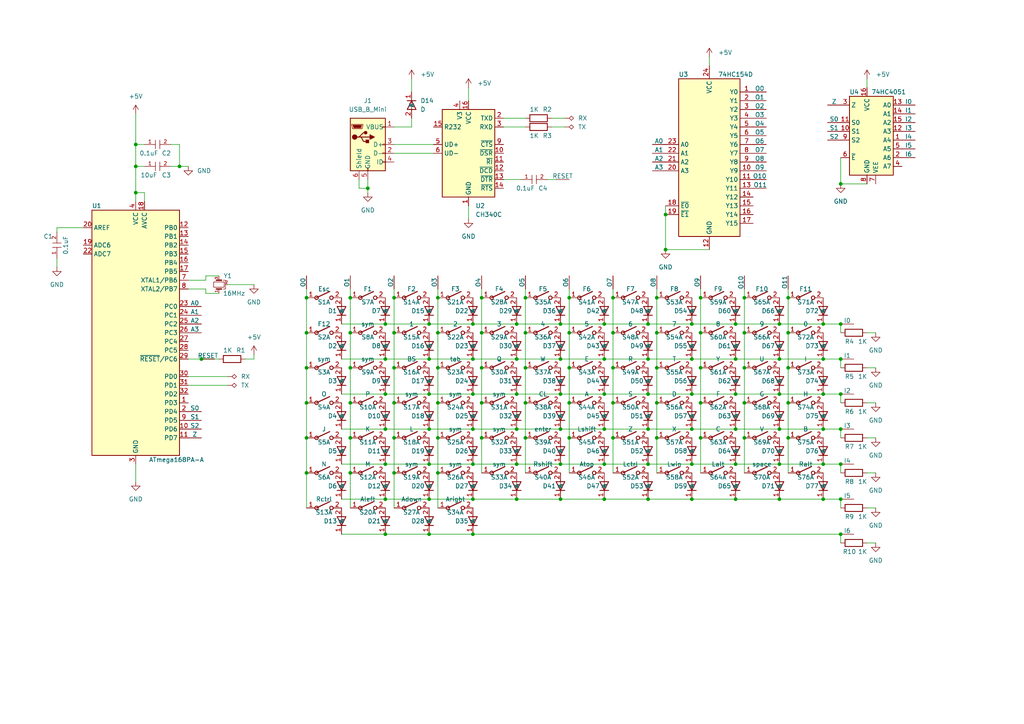
<source format=kicad_sch>
(kicad_sch (version 20211123) (generator eeschema)
  (paper "A4")
  (title_block (title "Arduino Keyboard") (date "2022-07-28") (rev "v1.0") (company "Guillermo"))
  (junction (at 190.5 116.84))
  (junction (at 226.06 114.3))
  (junction (at 226.06 104.14))
  (junction (at 187.96 134.62))
  (junction (at 162.56 124.46))
  (junction (at 213.36 104.14))
  (junction (at 127 96.52))
  (junction (at 165.1 86.36))
  (junction (at 203.2 86.36))
  (junction (at 149.86 93.98))
  (junction (at 88.9 96.52))
  (junction (at 200.66 144.78))
  (junction (at 243.84 114.3))
  (junction (at 187.96 93.98))
  (junction (at 88.9 137.16))
  (junction (at 200.66 124.46))
  (junction (at 152.4 116.84))
  (junction (at 162.56 144.78))
  (junction (at 203.2 116.84))
  (junction (at 238.76 93.98))
  (junction (at 193.04 72.39))
  (junction (at 58.42 104.14))
  (junction (at 190.5 96.52))
  (junction (at 243.84 93.98))
  (junction (at 187.96 114.3))
  (junction (at 243.84 134.62))
  (junction (at 226.06 134.62))
  (junction (at 88.9 106.68))
  (junction (at 177.8 116.84))
  (junction (at 111.76 93.98))
  (junction (at 111.76 144.78))
  (junction (at 228.6 86.36))
  (junction (at 152.4 96.52))
  (junction (at 165.1 116.84))
  (junction (at 200.66 104.14))
  (junction (at 137.16 114.3))
  (junction (at 187.96 104.14))
  (junction (at 139.7 116.84))
  (junction (at 226.06 124.46))
  (junction (at 165.1 96.52))
  (junction (at 177.8 127))
  (junction (at 238.76 144.78))
  (junction (at 149.86 144.78))
  (junction (at 215.9 96.52))
  (junction (at 228.6 116.84))
  (junction (at 137.16 93.98))
  (junction (at 203.2 96.52))
  (junction (at 238.76 104.14))
  (junction (at 200.66 114.3))
  (junction (at 88.9 127))
  (junction (at 213.36 114.3))
  (junction (at 114.3 96.52))
  (junction (at 243.84 124.46))
  (junction (at 226.06 144.78))
  (junction (at 124.46 114.3))
  (junction (at 193.04 62.23))
  (junction (at 238.76 124.46))
  (junction (at 137.16 144.78))
  (junction (at 114.3 86.36))
  (junction (at 175.26 104.14))
  (junction (at 165.1 127))
  (junction (at 165.1 106.68))
  (junction (at 162.56 104.14))
  (junction (at 127 137.16))
  (junction (at 139.7 96.52))
  (junction (at 226.06 93.98))
  (junction (at 88.9 116.84))
  (junction (at 139.7 106.68))
  (junction (at 238.76 134.62))
  (junction (at 190.5 106.68))
  (junction (at 149.86 114.3))
  (junction (at 187.96 144.78))
  (junction (at 238.76 114.3))
  (junction (at 162.56 93.98))
  (junction (at 114.3 106.68))
  (junction (at 213.36 124.46))
  (junction (at 39.37 55.88))
  (junction (at 114.3 137.16))
  (junction (at 175.26 114.3))
  (junction (at 114.3 116.84))
  (junction (at 127 86.36))
  (junction (at 111.76 104.14))
  (junction (at 215.9 86.36))
  (junction (at 88.9 86.36))
  (junction (at 137.16 134.62))
  (junction (at 101.6 137.16))
  (junction (at 127 106.68))
  (junction (at 106.68 54.61))
  (junction (at 111.76 154.94))
  (junction (at 162.56 114.3))
  (junction (at 111.76 124.46))
  (junction (at 162.56 134.62))
  (junction (at 152.4 106.68))
  (junction (at 177.8 86.36))
  (junction (at 111.76 134.62))
  (junction (at 243.84 53.34))
  (junction (at 127 116.84))
  (junction (at 152.4 127))
  (junction (at 149.86 134.62))
  (junction (at 190.5 127))
  (junction (at 200.66 93.98))
  (junction (at 139.7 86.36))
  (junction (at 190.5 86.36))
  (junction (at 101.6 127))
  (junction (at 177.8 106.68))
  (junction (at 124.46 134.62))
  (junction (at 203.2 127))
  (junction (at 177.8 96.52))
  (junction (at 243.84 154.94))
  (junction (at 101.6 116.84))
  (junction (at 175.26 144.78))
  (junction (at 215.9 127))
  (junction (at 175.26 134.62))
  (junction (at 213.36 93.98))
  (junction (at 124.46 154.94))
  (junction (at 213.36 134.62))
  (junction (at 228.6 106.68))
  (junction (at 101.6 86.36))
  (junction (at 137.16 124.46))
  (junction (at 175.26 124.46))
  (junction (at 149.86 104.14))
  (junction (at 152.4 86.36))
  (junction (at 101.6 106.68))
  (junction (at 39.37 48.26))
  (junction (at 243.84 144.78))
  (junction (at 127 127))
  (junction (at 124.46 144.78))
  (junction (at 215.9 106.68))
  (junction (at 243.84 104.14))
  (junction (at 39.37 41.91))
  (junction (at 228.6 96.52))
  (junction (at 213.36 144.78))
  (junction (at 101.6 96.52))
  (junction (at 228.6 127))
  (junction (at 149.86 124.46))
  (junction (at 215.9 116.84))
  (junction (at 200.66 134.62))
  (junction (at 139.7 127))
  (junction (at 124.46 93.98))
  (junction (at 175.26 93.98))
  (junction (at 203.2 106.68))
  (junction (at 114.3 127))
  (junction (at 124.46 104.14))
  (junction (at 187.96 124.46))
  (junction (at 124.46 124.46))
  (junction (at 111.76 114.3))
  (junction (at 137.16 154.94))
  (junction (at 52.07 48.26))
  (junction (at 137.16 104.14))
  (wire (pts (xy 187.96 114.3) (xy 200.66 114.3)))
  (wire (pts (xy 226.06 134.62) (xy 238.76 134.62)))
  (wire (pts (xy 52.07 41.91) (xy 52.07 48.26)))
  (wire (pts (xy 16.51 66.04) (xy 24.13 66.04)))
  (wire (pts (xy 114.3 106.68) (xy 114.3 116.84)))
  (wire (pts (xy 101.6 106.68) (xy 101.6 116.84)))
  (wire (pts (xy 124.46 154.94) (xy 137.16 154.94)))
  (wire (pts (xy 177.8 83.82) (xy 177.8 86.36)))
  (wire (pts (xy 39.37 48.26) (xy 39.37 55.88)))
  (wire (pts (xy 243.84 144.78) (xy 243.84 147.32)))
  (wire (pts (xy 205.74 16.51) (xy 205.74 19.05)))
  (wire (pts (xy 149.86 114.3) (xy 162.56 114.3)))
  (wire (pts (xy 203.2 116.84) (xy 203.2 127)))
  (wire (pts (xy 101.6 127) (xy 101.6 137.16)))
  (wire (pts (xy 200.66 144.78) (xy 213.36 144.78)))
  (wire (pts (xy 175.26 114.3) (xy 187.96 114.3)))
  (wire (pts (xy 66.04 82.55) (xy 73.66 82.55)))
  (wire (pts (xy 137.16 93.98) (xy 149.86 93.98)))
  (wire (pts (xy 139.7 127) (xy 139.7 137.16)))
  (wire (pts (xy 243.84 93.98) (xy 243.84 96.52)))
  (wire (pts (xy 203.2 106.68) (xy 203.2 116.84)))
  (wire (pts (xy 104.14 52.07) (xy 104.14 54.61)))
  (wire (pts (xy 54.61 83.82) (xy 59.69 83.82)))
  (wire (pts (xy 158.75 52.07) (xy 161.29 52.07)))
  (wire (pts (xy 200.66 114.3) (xy 213.36 114.3)))
  (wire (pts (xy 127 116.84) (xy 127 127)))
  (wire (pts (xy 251.46 157.48) (xy 254 157.48)))
  (wire (pts (xy 190.5 127) (xy 190.5 137.16)))
  (wire (pts (xy 203.2 127) (xy 203.2 137.16)))
  (wire (pts (xy 213.36 114.3) (xy 226.06 114.3)))
  (wire (pts (xy 213.36 93.98) (xy 226.06 93.98)))
  (wire (pts (xy 175.26 93.98) (xy 187.96 93.98)))
  (wire (pts (xy 187.96 93.98) (xy 200.66 93.98)))
  (wire (pts (xy 160.02 36.83) (xy 163.83 36.83)))
  (wire (pts (xy 243.84 124.46) (xy 243.84 127)))
  (wire (pts (xy 175.26 144.78) (xy 187.96 144.78)))
  (wire (pts (xy 251.46 137.16) (xy 254 137.16)))
  (wire (pts (xy 52.07 48.26) (xy 54.61 48.26)))
  (wire (pts (xy 99.06 144.78) (xy 111.76 144.78)))
  (wire (pts (xy 39.37 41.91) (xy 41.91 41.91)))
  (wire (pts (xy 238.76 134.62) (xy 243.84 134.62)))
  (wire (pts (xy 162.56 114.3) (xy 175.26 114.3)))
  (wire (pts (xy 162.56 93.98) (xy 175.26 93.98)))
  (wire (pts (xy 190.5 106.68) (xy 190.5 116.84)))
  (wire (pts (xy 152.4 86.36) (xy 152.4 96.52)))
  (wire (pts (xy 111.76 144.78) (xy 124.46 144.78)))
  (wire (pts (xy 200.66 93.98) (xy 213.36 93.98)))
  (wire (pts (xy 165.1 127) (xy 165.1 137.16)))
  (wire (pts (xy 243.84 154.94) (xy 243.84 157.48)))
  (wire (pts (xy 73.66 104.14) (xy 73.66 102.87)))
  (wire (pts (xy 175.26 134.62) (xy 187.96 134.62)))
  (wire (pts (xy 124.46 124.46) (xy 137.16 124.46)))
  (wire (pts (xy 101.6 96.52) (xy 101.6 106.68)))
  (wire (pts (xy 213.36 144.78) (xy 226.06 144.78)))
  (wire (pts (xy 226.06 104.14) (xy 238.76 104.14)))
  (wire (pts (xy 58.42 104.14) (xy 63.5 104.14)))
  (wire (pts (xy 238.76 144.78) (xy 243.84 144.78)))
  (wire (pts (xy 119.38 22.86) (xy 119.38 26.67)))
  (wire (pts (xy 251.46 96.52) (xy 254 96.52)))
  (wire (pts (xy 243.84 53.34) (xy 251.46 53.34)))
  (wire (pts (xy 215.9 96.52) (xy 215.9 106.68)))
  (wire (pts (xy 146.05 36.83) (xy 152.4 36.83)))
  (wire (pts (xy 39.37 134.62) (xy 39.37 139.7)))
  (wire (pts (xy 139.7 96.52) (xy 139.7 106.68)))
  (wire (pts (xy 152.4 96.52) (xy 152.4 106.68)))
  (wire (pts (xy 114.3 96.52) (xy 114.3 106.68)))
  (wire (pts (xy 165.1 86.36) (xy 165.1 96.52)))
  (wire (pts (xy 88.9 116.84) (xy 88.9 127)))
  (wire (pts (xy 187.96 124.46) (xy 200.66 124.46)))
  (wire (pts (xy 213.36 124.46) (xy 226.06 124.46)))
  (wire (pts (xy 39.37 33.02) (xy 39.37 41.91)))
  (wire (pts (xy 124.46 134.62) (xy 137.16 134.62)))
  (wire (pts (xy 54.61 109.22) (xy 66.04 109.22)))
  (wire (pts (xy 203.2 83.82) (xy 203.2 86.36)))
  (wire (pts (xy 101.6 86.36) (xy 101.6 96.52)))
  (wire (pts (xy 124.46 104.14) (xy 137.16 104.14)))
  (wire (pts (xy 99.06 93.98) (xy 111.76 93.98)))
  (wire (pts (xy 213.36 104.14) (xy 226.06 104.14)))
  (wire (pts (xy 99.06 114.3) (xy 111.76 114.3)))
  (wire (pts (xy 200.66 134.62) (xy 213.36 134.62)))
  (wire (pts (xy 243.84 45.72) (xy 243.84 53.34)))
  (wire (pts (xy 101.6 83.82) (xy 101.6 86.36)))
  (wire (pts (xy 177.8 106.68) (xy 177.8 116.84)))
  (wire (pts (xy 190.5 116.84) (xy 190.5 127)))
  (wire (pts (xy 162.56 124.46) (xy 175.26 124.46)))
  (wire (pts (xy 162.56 104.14) (xy 175.26 104.14)))
  (wire (pts (xy 215.9 127) (xy 215.9 137.16)))
  (wire (pts (xy 205.74 72.39) (xy 193.04 72.39)))
  (wire (pts (xy 149.86 144.78) (xy 162.56 144.78)))
  (wire (pts (xy 54.61 81.28) (xy 59.69 81.28)))
  (wire (pts (xy 251.46 147.32) (xy 254 147.32)))
  (wire (pts (xy 135.89 25.4) (xy 135.89 29.21)))
  (wire (pts (xy 54.61 111.76) (xy 66.04 111.76)))
  (wire (pts (xy 137.16 154.94) (xy 243.84 154.94)))
  (wire (pts (xy 187.96 104.14) (xy 200.66 104.14)))
  (wire (pts (xy 190.5 96.52) (xy 190.5 106.68)))
  (wire (pts (xy 238.76 114.3) (xy 243.84 114.3)))
  (wire (pts (xy 152.4 83.82) (xy 152.4 86.36)))
  (wire (pts (xy 251.46 22.86) (xy 251.46 25.4)))
  (wire (pts (xy 177.8 116.84) (xy 177.8 127)))
  (wire (pts (xy 111.76 124.46) (xy 124.46 124.46)))
  (wire (pts (xy 101.6 116.84) (xy 101.6 127)))
  (wire (pts (xy 215.9 86.36) (xy 215.9 96.52)))
  (wire (pts (xy 215.9 106.68) (xy 215.9 116.84)))
  (wire (pts (xy 238.76 93.98) (xy 243.84 93.98)))
  (wire (pts (xy 54.61 104.14) (xy 58.42 104.14)))
  (wire (pts (xy 177.8 86.36) (xy 177.8 96.52)))
  (wire (pts (xy 101.6 137.16) (xy 101.6 147.32)))
  (wire (pts (xy 190.5 86.36) (xy 190.5 96.52)))
  (wire (pts (xy 135.89 59.69) (xy 135.89 63.5)))
  (wire (pts (xy 59.69 83.82) (xy 59.69 85.09)))
  (wire (pts (xy 215.9 116.84) (xy 215.9 127)))
  (wire (pts (xy 127 137.16) (xy 127 147.32)))
  (wire (pts (xy 114.3 36.83) (xy 119.38 36.83)))
  (wire (pts (xy 139.7 83.82) (xy 139.7 86.36)))
  (wire (pts (xy 71.12 104.14) (xy 73.66 104.14)))
  (wire (pts (xy 152.4 106.68) (xy 152.4 116.84)))
  (wire (pts (xy 114.3 116.84) (xy 114.3 127)))
  (wire (pts (xy 203.2 96.52) (xy 203.2 106.68)))
  (wire (pts (xy 49.53 48.26) (xy 52.07 48.26)))
  (wire (pts (xy 114.3 83.82) (xy 114.3 86.36)))
  (wire (pts (xy 165.1 106.68) (xy 165.1 116.84)))
  (wire (pts (xy 59.69 81.28) (xy 59.69 80.01)))
  (wire (pts (xy 137.16 144.78) (xy 149.86 144.78)))
  (wire (pts (xy 41.91 58.42) (xy 41.91 55.88)))
  (wire (pts (xy 49.53 41.91) (xy 52.07 41.91)))
  (wire (pts (xy 99.06 104.14) (xy 111.76 104.14)))
  (wire (pts (xy 193.04 62.23) (xy 193.04 59.69)))
  (wire (pts (xy 114.3 137.16) (xy 114.3 147.32)))
  (wire (pts (xy 127 83.82) (xy 127 86.36)))
  (wire (pts (xy 114.3 41.91) (xy 125.73 41.91)))
  (wire (pts (xy 228.6 96.52) (xy 228.6 106.68)))
  (wire (pts (xy 146.05 34.29) (xy 152.4 34.29)))
  (wire (pts (xy 200.66 104.14) (xy 213.36 104.14)))
  (wire (pts (xy 39.37 48.26) (xy 41.91 48.26)))
  (wire (pts (xy 238.76 124.46) (xy 243.84 124.46)))
  (wire (pts (xy 243.84 104.14) (xy 243.84 106.68)))
  (wire (pts (xy 226.06 114.3) (xy 238.76 114.3)))
  (wire (pts (xy 99.06 134.62) (xy 111.76 134.62)))
  (wire (pts (xy 99.06 154.94) (xy 111.76 154.94)))
  (wire (pts (xy 39.37 58.42) (xy 39.37 55.88)))
  (wire (pts (xy 16.51 67.31) (xy 16.51 66.04)))
  (wire (pts (xy 228.6 83.82) (xy 228.6 86.36)))
  (wire (pts (xy 152.4 116.84) (xy 152.4 127)))
  (wire (pts (xy 124.46 93.98) (xy 137.16 93.98)))
  (wire (pts (xy 111.76 154.94) (xy 124.46 154.94)))
  (wire (pts (xy 160.02 34.29) (xy 163.83 34.29)))
  (wire (pts (xy 146.05 52.07) (xy 151.13 52.07)))
  (wire (pts (xy 139.7 106.68) (xy 139.7 116.84)))
  (wire (pts (xy 203.2 86.36) (xy 203.2 96.52)))
  (wire (pts (xy 152.4 127) (xy 152.4 137.16)))
  (wire (pts (xy 114.3 127) (xy 114.3 137.16)))
  (wire (pts (xy 137.16 114.3) (xy 149.86 114.3)))
  (wire (pts (xy 59.69 85.09) (xy 63.5 85.09)))
  (wire (pts (xy 226.06 93.98) (xy 238.76 93.98)))
  (wire (pts (xy 119.38 36.83) (xy 119.38 34.29)))
  (wire (pts (xy 137.16 124.46) (xy 149.86 124.46)))
  (wire (pts (xy 124.46 114.3) (xy 137.16 114.3)))
  (wire (pts (xy 88.9 127) (xy 88.9 137.16)))
  (wire (pts (xy 149.86 93.98) (xy 162.56 93.98)))
  (wire (pts (xy 251.46 127) (xy 254 127)))
  (wire (pts (xy 137.16 134.62) (xy 149.86 134.62)))
  (wire (pts (xy 16.51 74.93) (xy 16.51 77.47)))
  (wire (pts (xy 139.7 116.84) (xy 139.7 127)))
  (wire (pts (xy 88.9 137.16) (xy 88.9 147.32)))
  (wire (pts (xy 228.6 86.36) (xy 228.6 96.52)))
  (wire (pts (xy 193.04 72.39) (xy 193.04 62.23)))
  (wire (pts (xy 106.68 54.61) (xy 106.68 52.07)))
  (wire (pts (xy 127 106.68) (xy 127 116.84)))
  (wire (pts (xy 228.6 127) (xy 228.6 137.16)))
  (wire (pts (xy 111.76 104.14) (xy 124.46 104.14)))
  (wire (pts (xy 111.76 134.62) (xy 124.46 134.62)))
  (wire (pts (xy 165.1 83.82) (xy 165.1 86.36)))
  (wire (pts (xy 124.46 144.78) (xy 137.16 144.78)))
  (wire (pts (xy 213.36 134.62) (xy 226.06 134.62)))
  (wire (pts (xy 114.3 86.36) (xy 114.3 96.52)))
  (wire (pts (xy 175.26 104.14) (xy 187.96 104.14)))
  (wire (pts (xy 149.86 134.62) (xy 162.56 134.62)))
  (wire (pts (xy 88.9 96.52) (xy 88.9 106.68)))
  (wire (pts (xy 111.76 93.98) (xy 124.46 93.98)))
  (wire (pts (xy 137.16 104.14) (xy 149.86 104.14)))
  (wire (pts (xy 127 86.36) (xy 127 96.52)))
  (wire (pts (xy 165.1 116.84) (xy 165.1 127)))
  (wire (pts (xy 226.06 124.46) (xy 238.76 124.46)))
  (wire (pts (xy 228.6 116.84) (xy 228.6 127)))
  (wire (pts (xy 111.76 114.3) (xy 124.46 114.3)))
  (wire (pts (xy 175.26 124.46) (xy 187.96 124.46)))
  (wire (pts (xy 127 127) (xy 127 137.16)))
  (wire (pts (xy 139.7 86.36) (xy 139.7 96.52)))
  (wire (pts (xy 41.91 55.88) (xy 39.37 55.88)))
  (wire (pts (xy 238.76 104.14) (xy 243.84 104.14)))
  (wire (pts (xy 165.1 96.52) (xy 165.1 106.68)))
  (wire (pts (xy 200.66 124.46) (xy 213.36 124.46)))
  (wire (pts (xy 177.8 127) (xy 177.8 137.16)))
  (wire (pts (xy 99.06 124.46) (xy 111.76 124.46)))
  (wire (pts (xy 251.46 116.84) (xy 254 116.84)))
  (wire (pts (xy 39.37 41.91) (xy 39.37 48.26)))
  (wire (pts (xy 177.8 96.52) (xy 177.8 106.68)))
  (wire (pts (xy 243.84 114.3) (xy 243.84 116.84)))
  (wire (pts (xy 243.84 134.62) (xy 243.84 137.16)))
  (wire (pts (xy 88.9 83.82) (xy 88.9 86.36)))
  (wire (pts (xy 162.56 134.62) (xy 175.26 134.62)))
  (wire (pts (xy 88.9 86.36) (xy 88.9 96.52)))
  (wire (pts (xy 114.3 44.45) (xy 125.73 44.45)))
  (wire (pts (xy 187.96 134.62) (xy 200.66 134.62)))
  (wire (pts (xy 127 96.52) (xy 127 106.68)))
  (wire (pts (xy 59.69 80.01) (xy 63.5 80.01)))
  (wire (pts (xy 228.6 106.68) (xy 228.6 116.84)))
  (wire (pts (xy 215.9 83.82) (xy 215.9 86.36)))
  (wire (pts (xy 226.06 144.78) (xy 238.76 144.78)))
  (wire (pts (xy 106.68 54.61) (xy 106.68 55.88)))
  (wire (pts (xy 88.9 106.68) (xy 88.9 116.84)))
  (wire (pts (xy 187.96 144.78) (xy 200.66 144.78)))
  (wire (pts (xy 104.14 54.61) (xy 106.68 54.61)))
  (wire (pts (xy 251.46 106.68) (xy 254 106.68)))
  (wire (pts (xy 149.86 104.14) (xy 162.56 104.14)))
  (wire (pts (xy 190.5 83.82) (xy 190.5 86.36)))
  (wire (pts (xy 162.56 144.78) (xy 175.26 144.78)))
  (wire (pts (xy 149.86 124.46) (xy 162.56 124.46)))
  (symbol (lib_id "symbols:D") (at 99.06 151.13 90) (unit 1)
    (property "Reference" "D13" (at 97.79 151.13 90) (effects (justify left)))
    (property "Value" "D" (effects hide))
    (property "Footprint" "common:D_0603_1608Metric" (effects hide))
  )
  (symbol (lib_id "symbols:Switch") (at 195.58 137.16 0) (unit 1)
    (property "Reference" "S58" (at 195.58 138.43 0))
    (property "Value" "Lwin" (at 195.58 134.62 0))
    (property "Footprint" "Switch_Keyboard_Cherry_MX:SW_Cherry_MX_PCB_1.00u" (effects hide))
  )
  (symbol (lib_id "symbols:USB_B_Mini") (at 106.68 41.91 0) (unit 1)
    (property "Reference" "J1" (at 106.68 29.21 0))
    (property "Value" "USB_B_Mini" (at 106.68 31.75 0))
    (property "Footprint" "common:USB_Micro-B_GCT_USB3076-30-A" (effects hide))
  )
  (symbol (lib_id "symbols:D") (at 124.46 90.17 90) (unit 1)
    (property "Reference" "D15" (at 123.19 90.17 90) (effects (justify left)))
    (property "Value" "D" (effects hide))
    (property "Footprint" "common:D_0603_1608Metric" (effects hide))
  )
  (symbol (lib_id "symbols:Switch") (at 119.38 106.68 0) (unit 1)
    (property "Reference" "S16" (at 119.38 107.95 0))
    (property "Value" "BS" (at 119.38 104.14 0))
    (property "Footprint" "Switch_Keyboard_Cherry_MX:SW_Cherry_MX_PCB_1.00u" (effects hide))
  )
  (symbol (lib_id "symbols:D") (at 200.66 130.81 90) (unit 1)
    (property "Reference" "D58" (at 199.39 130.81 90) (effects (justify left)))
    (property "Value" "D" (effects hide))
    (property "Footprint" "common:D_0603_1608Metric" (effects hide))
  )
  (symbol (lib_id "symbols:I3") (at 261.62 38.1 180) (unit 1) (in_bom no) (on_board no)
    (property "Reference" "#O053" (effects hide))
    (property "Value" "I3" (effects hide))
  )
  (symbol (lib_id "power:GND") (at 106.68 55.88 0) (unit 1)
    (property "Reference" "#PWR07" (effects hide))
    (property "Value" "GND" (at 106.68 60.96 0))
  )
  (symbol (lib_id "symbols:Switch") (at 157.48 106.68 0) (unit 1)
    (property "Reference" "S37" (at 157.48 107.95 0))
    (property "Value" "W" (at 157.48 104.14 0))
    (property "Footprint" "Switch_Keyboard_Cherry_MX:SW_Cherry_MX_PCB_1.00u" (effects hide))
  )
  (symbol (lib_id "symbols:D") (at 99.06 130.81 90) (unit 1)
    (property "Reference" "D5" (at 97.79 130.81 90) (effects (justify left)))
    (property "Value" "D" (effects hide))
    (property "Footprint" "common:D_0603_1608Metric" (effects hide))
  )
  (symbol (lib_id "symbols:O2") (at 218.44 31.75 180) (unit 1) (in_bom no) (on_board no)
    (property "Reference" "#O028" (effects hide))
    (property "Value" "O2" (effects hide))
  )
  (symbol (lib_id "symbols:O0") (at 218.44 26.67 180) (unit 1) (in_bom no) (on_board no)
    (property "Reference" "#O026" (effects hide))
    (property "Value" "O0" (effects hide))
  )
  (symbol (lib_id "symbols:I6") (at 243.84 154.94 180) (unit 1) (in_bom no) (on_board no)
    (property "Reference" "#O049" (effects hide))
    (property "Value" "I6" (effects hide))
  )
  (symbol (lib_id "symbols:D") (at 226.06 130.81 90) (unit 1)
    (property "Reference" "D70" (at 224.79 130.81 90) (effects (justify left)))
    (property "Value" "D" (effects hide))
    (property "Footprint" "common:D_0603_1608Metric" (effects hide))
  )
  (symbol (lib_id "symbols:Switch") (at 233.68 106.68 0) (unit 1)
    (property "Reference" "S73" (at 233.68 107.95 0))
    (property "Value" "I" (at 233.68 104.14 0))
    (property "Footprint" "Switch_Keyboard_Cherry_MX:SW_Cherry_MX_PCB_1.00u" (effects hide))
  )
  (symbol (lib_id "symbols:O9") (at 203.2 83.82 270) (unit 1) (in_bom no) (on_board no)
    (property "Reference" "#O024" (effects hide))
    (property "Value" "O9" (effects hide))
  )
  (symbol (lib_id "symbols:C") (at 45.72 41.91 90) (unit 1)
    (property "Reference" "C2" (at 48.26 44.45 90))
    (property "Value" "0.1uF" (at 43.18 44.45 90))
    (property "Footprint" "common:C_1206_3216Metric" (effects hide))
  )
  (symbol (lib_id "symbols:D") (at 226.06 110.49 90) (unit 1)
    (property "Reference" "D68" (at 224.79 110.49 90) (effects (justify left)))
    (property "Value" "D" (effects hide))
    (property "Footprint" "common:D_0603_1608Metric" (effects hide))
  )
  (symbol (lib_id "symbols:R") (at 247.65 157.48 90) (unit 1)
    (property "Reference" "R10" (at 246.38 160.02 90))
    (property "Value" "1K" (at 250.19 160.02 90))
    (property "Footprint" "common:R_0603_1608Metric" (effects hide))
  )
  (symbol (lib_id "power:+5V") (at 135.89 25.4 0) (unit 1)
    (property "Reference" "#PWR09" (effects hide))
    (property "Value" "+5V" (at 138.43 24.1299 0) (effects (justify left)))
  )
  (symbol (lib_id "power:GND") (at 254 127 0) (unit 1)
    (property "Reference" "#PWR018" (effects hide))
    (property "Value" "GND" (at 254 132.08 0))
  )
  (symbol (lib_id "symbols:Switch") (at 93.98 116.84 0) (unit 1)
    (property "Reference" "S4" (at 93.98 118.11 0))
    (property "Value" "O" (at 93.98 114.3 0))
    (property "Footprint" "Switch_Keyboard_Cherry_MX:SW_Cherry_MX_PCB_1.00u" (effects hide))
  )
  (symbol (lib_id "symbols:Switch") (at 233.68 96.52 0) (unit 1)
    (property "Reference" "S72" (at 233.68 97.79 0))
    (property "Value" "0" (at 233.68 93.98 0))
    (property "Footprint" "Switch_Keyboard_Cherry_MX:SW_Cherry_MX_PCB_1.00u" (effects hide))
  )
  (symbol (lib_id "symbols:S1") (at 243.84 38.1 0) (unit 1) (in_bom no) (on_board no)
    (property "Reference" "#O041" (effects hide))
    (property "Value" "S1" (effects hide))
  )
  (symbol (lib_id "symbols:D") (at 200.66 100.33 90) (unit 1)
    (property "Reference" "D55" (at 199.39 100.33 90) (effects (justify left)))
    (property "Value" "D" (effects hide))
    (property "Footprint" "common:D_0603_1608Metric" (effects hide))
  )
  (symbol (lib_id "power:+5V") (at 73.66 102.87 0) (unit 1)
    (property "Reference" "#PWR06" (effects hide))
    (property "Value" "+5V" (at 73.66 97.79 0))
  )
  (symbol (lib_id "power:+5V") (at 39.37 33.02 0) (unit 1)
    (property "Reference" "#PWR02" (effects hide))
    (property "Value" "+5V" (at 39.37 27.94 0))
  )
  (symbol (lib_id "symbols:RX") (at 163.83 34.29 90) (unit 1)
    (property "Reference" "#RX02" (effects hide))
    (property "Value" "RX" (at 167.64 34.2899 90) (effects (justify right)))
  )
  (symbol (lib_id "power:GND") (at 254 137.16 0) (unit 1)
    (property "Reference" "#PWR019" (effects hide))
    (property "Value" "GND" (at 254 142.24 0))
  )
  (symbol (lib_id "symbols:Switch") (at 220.98 137.16 0) (unit 1)
    (property "Reference" "S70" (at 220.98 138.43 0))
    (property "Value" "space" (at 220.98 134.62 0))
    (property "Footprint" "Switch_Keyboard_Cherry_MX:SW_Cherry_MX_PCB_6.00u" (effects hide))
  )
  (symbol (lib_id "symbols:Switch") (at 220.98 116.84 0) (unit 1)
    (property "Reference" "S68" (at 220.98 118.11 0))
    (property "Value" "G" (at 220.98 114.3 0))
    (property "Footprint" "Switch_Keyboard_Cherry_MX:SW_Cherry_MX_PCB_1.00u" (effects hide))
  )
  (symbol (lib_id "symbols:Switch") (at 119.38 86.36 0) (unit 1)
    (property "Reference" "S14" (at 119.38 87.63 0))
    (property "Value" "F2" (at 119.38 83.82 0))
    (property "Footprint" "Switch_Keyboard_Cherry_MX:SW_Cherry_MX_PCB_1.00u" (effects hide))
  )
  (symbol (lib_id "symbols:D") (at 137.16 90.17 90) (unit 1)
    (property "Reference" "D22" (at 135.89 90.17 90) (effects (justify left)))
    (property "Value" "D" (effects hide))
    (property "Footprint" "common:D_0603_1608Metric" (effects hide))
  )
  (symbol (lib_id "symbols:R") (at 247.65 96.52 90) (unit 1)
    (property "Reference" "R4" (at 246.38 99.06 90))
    (property "Value" "1K" (at 250.19 99.06 90))
    (property "Footprint" "common:R_0603_1608Metric" (effects hide))
  )
  (symbol (lib_id "symbols:Switch") (at 195.58 96.52 0) (unit 1)
    (property "Reference" "S54" (at 195.58 97.79 0))
    (property "Value" "7" (at 195.58 93.98 0))
    (property "Footprint" "Switch_Keyboard_Cherry_MX:SW_Cherry_MX_PCB_1.00u" (effects hide))
  )
  (symbol (lib_id "power:GND") (at 254 106.68 0) (unit 1)
    (property "Reference" "#PWR016" (effects hide))
    (property "Value" "GND" (at 254 111.76 0))
  )
  (symbol (lib_id "symbols:Switch") (at 182.88 127 0) (unit 1)
    (property "Reference" "S51" (at 182.88 128.27 0))
    (property "Value" "Z" (at 182.88 124.46 0))
    (property "Footprint" "Switch_Keyboard_Cherry_MX:SW_Cherry_MX_PCB_1.00u" (effects hide))
  )
  (symbol (lib_id "symbols:Switch") (at 106.68 116.84 0) (unit 1)
    (property "Reference" "S10" (at 106.68 118.11 0))
    (property "Value" "P" (at 106.68 114.3 0))
    (property "Footprint" "Switch_Keyboard_Cherry_MX:SW_Cherry_MX_PCB_1.00u" (effects hide))
  )
  (symbol (lib_id "symbols:ATmega168PA-A") (at 39.37 96.52 0) (unit 1)
    (property "Reference" "U1" (at 26.67 59.69 0) (effects (justify left)))
    (property "Value" "ATmega168PA-A" (at 43.18 133.35 0) (effects (justify left)))
    (property "Footprint" "Package_QFP:TQFP-32_7x7mm_P0.8mm" (effects hide))
    (property "Datasheet" "http://ww1.microchip.com/downloads/en/DeviceDoc/ATmega48PA_88PA_168PA-Data-Sheet-40002011A.pdf" (effects hide))
  )
  (symbol (lib_id "power:GND") (at 73.66 82.55 0) (unit 1)
    (property "Reference" "#PWR05" (effects hide))
    (property "Value" "GND" (at 73.66 87.63 0))
  )
  (symbol (lib_id "symbols:D") (at 162.56 140.97 90) (unit 1)
    (property "Reference" "D41" (at 161.29 140.97 90) (effects (justify left)))
    (property "Value" "D" (effects hide))
    (property "Footprint" "common:D_0603_1608Metric" (effects hide))
  )
  (symbol (lib_id "symbols:S1") (at 54.61 121.92 180) (unit 1) (in_bom no) (on_board no)
    (property "Reference" "#O06" (effects hide))
    (property "Value" "S1" (effects hide))
  )
  (symbol (lib_id "symbols:Switch") (at 195.58 116.84 0) (unit 1)
    (property "Reference" "S56" (at 195.58 118.11 0))
    (property "Value" "D" (at 195.58 114.3 0))
    (property "Footprint" "Switch_Keyboard_Cherry_MX:SW_Cherry_MX_PCB_1.00u" (effects hide))
  )
  (symbol (lib_id "symbols:D") (at 99.06 100.33 90) (unit 1)
    (property "Reference" "D2" (at 97.79 100.33 90) (effects (justify left)))
    (property "Value" "D" (effects hide))
    (property "Footprint" "common:D_0603_1608Metric" (effects hide))
  )
  (symbol (lib_id "symbols:O6") (at 165.1 83.82 270) (unit 1) (in_bom no) (on_board no)
    (property "Reference" "#O017" (effects hide))
    (property "Value" "O6" (effects hide))
  )
  (symbol (lib_id "symbols:D") (at 111.76 90.17 90) (unit 1)
    (property "Reference" "D7" (at 110.49 90.17 90) (effects (justify left)))
    (property "Value" "D" (effects hide))
    (property "Footprint" "common:D_0603_1608Metric" (effects hide))
  )
  (symbol (lib_id "symbols:C") (at 45.72 48.26 90) (unit 1)
    (property "Reference" "C3" (at 48.26 50.8 90))
    (property "Value" "10uF" (at 43.18 50.8 90))
    (property "Footprint" "common:C_1206_3216Metric" (effects hide))
  )
  (symbol (lib_id "symbols:D") (at 124.46 140.97 90) (unit 1)
    (property "Reference" "D20" (at 123.19 140.97 90) (effects (justify left)))
    (property "Value" "D" (effects hide))
    (property "Footprint" "common:D_0603_1608Metric" (effects hide))
  )
  (symbol (lib_id "symbols:Switch") (at 106.68 86.36 0) (unit 1)
    (property "Reference" "S7" (at 106.68 87.63 0))
    (property "Value" "F1" (at 106.68 83.82 0))
    (property "Footprint" "Switch_Keyboard_Cherry_MX:SW_Cherry_MX_PCB_1.00u" (effects hide))
  )
  (symbol (lib_id "symbols:D") (at 200.66 120.65 90) (unit 1)
    (property "Reference" "D57" (at 199.39 120.65 90) (effects (justify left)))
    (property "Value" "D" (effects hide))
    (property "Footprint" "common:D_0603_1608Metric" (effects hide))
  )
  (symbol (lib_id "symbols:Switch") (at 208.28 86.36 0) (unit 1)
    (property "Reference" "S59" (at 208.28 87.63 0))
    (property "Value" "F9" (at 208.28 83.82 0))
    (property "Footprint" "Switch_Keyboard_Cherry_MX:SW_Cherry_MX_PCB_1.00u" (effects hide))
  )
  (symbol (lib_id "symbols:D") (at 99.06 110.49 90) (unit 1)
    (property "Reference" "D3" (at 97.79 110.49 90) (effects (justify left)))
    (property "Value" "D" (effects hide))
    (property "Footprint" "common:D_0603_1608Metric" (effects hide))
  )
  (symbol (lib_id "symbols:Switch") (at 182.88 96.52 0) (unit 1)
    (property "Reference" "S48" (at 182.88 97.79 0))
    (property "Value" "6" (at 182.88 93.98 0))
    (property "Footprint" "Switch_Keyboard_Cherry_MX:SW_Cherry_MX_PCB_1.00u" (effects hide))
  )
  (symbol (lib_id "symbols:Switch") (at 170.18 96.52 0) (unit 1)
    (property "Reference" "S42" (at 170.18 97.79 0))
    (property "Value" "5" (at 170.18 93.98 0))
    (property "Footprint" "Switch_Keyboard_Cherry_MX:SW_Cherry_MX_PCB_1.00u" (effects hide))
  )
  (symbol (lib_id "power:GND") (at 243.84 53.34 0) (unit 1)
    (property "Reference" "#PWR013" (effects hide))
    (property "Value" "GND" (at 243.84 58.42 0))
  )
  (symbol (lib_id "symbols:I2") (at 261.62 35.56 180) (unit 1) (in_bom no) (on_board no)
    (property "Reference" "#O052" (effects hide))
    (property "Value" "I2" (effects hide))
  )
  (symbol (lib_id "symbols:O2") (at 114.3 83.82 270) (unit 1) (in_bom no) (on_board no)
    (property "Reference" "#O012" (effects hide))
    (property "Value" "O2" (effects hide))
  )
  (symbol (lib_id "symbols:74HC4051") (at 251.46 38.1 0) (unit 1)
    (property "Reference" "U4" (at 246.38 26.67 0) (effects (justify left)))
    (property "Value" "74HC4051" (at 252.73 26.67 0) (effects (justify left)))
    (property "Footprint" "common:SSOP-16_3.9x4.9mm_P0.635mm" (effects hide))
    (property "Datasheet" "http://www.ti.com/lit/ds/symlink/cd74hc4051.pdf" (effects hide))
  )
  (symbol (lib_id "symbols:Switch") (at 132.08 147.32 0) (unit 1)
    (property "Reference" "S34" (at 132.08 148.59 0))
    (property "Value" "Aright" (at 132.08 144.78 0))
    (property "Footprint" "Switch_Keyboard_Cherry_MX:SW_Cherry_MX_PCB_1.00u" (effects hide))
  )
  (symbol (lib_id "symbols:O5") (at 152.4 83.82 270) (unit 1) (in_bom no) (on_board no)
    (property "Reference" "#O015" (effects hide))
    (property "Value" "O5" (effects hide))
  )
  (symbol (lib_id "symbols:Switch") (at 93.98 137.16 0) (unit 1)
    (property "Reference" "S6" (at 93.98 138.43 0))
    (property "Value" "N" (at 93.98 134.62 0))
    (property "Footprint" "Switch_Keyboard_Cherry_MX:SW_Cherry_MX_PCB_1.00u" (effects hide))
  )
  (symbol (lib_id "symbols:Switch") (at 119.38 137.16 0) (unit 1)
    (property "Reference" "S19" (at 119.38 138.43 0))
    (property "Value" "sym" (at 119.38 134.62 0))
    (property "Footprint" "Switch_Keyboard_Cherry_MX:SW_Cherry_MX_PCB_1.00u" (effects hide))
  )
  (symbol (lib_id "symbols:D") (at 213.36 140.97 90) (unit 1)
    (property "Reference" "D65" (at 212.09 140.97 90) (effects (justify left)))
    (property "Value" "D" (effects hide))
    (property "Footprint" "common:D_0603_1608Metric" (effects hide))
  )
  (symbol (lib_id "symbols:Switch") (at 144.78 96.52 0) (unit 1)
    (property "Reference" "S29" (at 144.78 97.79 0))
    (property "Value" "3" (at 144.78 93.98 0))
    (property "Footprint" "Switch_Keyboard_Cherry_MX:SW_Cherry_MX_PCB_1.00u" (effects hide))
  )
  (symbol (lib_id "symbols:Switch") (at 119.38 116.84 0) (unit 1)
    (property "Reference" "S17" (at 119.38 118.11 0))
    (property "Value" "sym" (at 119.38 114.3 0))
    (property "Footprint" "Switch_Keyboard_Cherry_MX:SW_Cherry_MX_PCB_1.00u" (effects hide))
  )
  (symbol (lib_id "symbols:I2") (at 243.84 114.3 180) (unit 1) (in_bom no) (on_board no)
    (property "Reference" "#O045" (effects hide))
    (property "Value" "I2" (effects hide))
  )
  (symbol (lib_id "symbols:C") (at 16.51 71.12 180) (unit 1)
    (property "Reference" "C1" (at 13.97 68.58 0))
    (property "Value" "0.1uF" (at 19.05 71.12 90))
    (property "Footprint" "common:C_1206_3216Metric" (effects hide))
  )
  (symbol (lib_id "symbols:D") (at 99.06 120.65 90) (unit 1)
    (property "Reference" "D4" (at 97.79 120.65 90) (effects (justify left)))
    (property "Value" "D" (effects hide))
    (property "Footprint" "common:D_0603_1608Metric" (effects hide))
  )
  (symbol (lib_id "symbols:D") (at 137.16 151.13 90) (unit 1)
    (property "Reference" "D35" (at 135.89 151.13 90) (effects (justify left)))
    (property "Value" "D" (effects hide))
    (property "Footprint" "common:D_0603_1608Metric" (effects hide))
  )
  (symbol (lib_id "symbols:D") (at 162.56 110.49 90) (unit 1)
    (property "Reference" "D38" (at 161.29 110.49 90) (effects (justify left)))
    (property "Value" "D" (effects hide))
    (property "Footprint" "common:D_0603_1608Metric" (effects hide))
  )
  (symbol (lib_id "symbols:Switch") (at 195.58 86.36 0) (unit 1)
    (property "Reference" "S53" (at 195.58 87.63 0))
    (property "Value" "F8" (at 195.58 83.82 0))
    (property "Footprint" "Switch_Keyboard_Cherry_MX:SW_Cherry_MX_PCB_1.00u" (effects hide))
  )
  (symbol (lib_id "symbols:I5") (at 243.84 144.78 180) (unit 1) (in_bom no) (on_board no)
    (property "Reference" "#O048" (effects hide))
    (property "Value" "I5" (effects hide))
  )
  (symbol (lib_id "symbols:D") (at 162.56 100.33 90) (unit 1)
    (property "Reference" "D37" (at 161.29 100.33 90) (effects (justify left)))
    (property "Value" "D" (effects hide))
    (property "Footprint" "common:D_0603_1608Metric" (effects hide))
  )
  (symbol (lib_id "symbols:D") (at 187.96 90.17 90) (unit 1)
    (property "Reference" "D48" (at 186.69 90.17 90) (effects (justify left)))
    (property "Value" "D" (effects hide))
    (property "Footprint" "common:D_0603_1608Metric" (effects hide))
  )
  (symbol (lib_id "power:GND") (at 254 96.52 0) (unit 1)
    (property "Reference" "#PWR015" (effects hide))
    (property "Value" "GND" (at 254 101.6 0))
  )
  (symbol (lib_id "symbols:D") (at 187.96 110.49 90) (unit 1)
    (property "Reference" "D50" (at 186.69 110.49 90) (effects (justify left)))
    (property "Value" "D" (effects hide))
    (property "Footprint" "common:D_0603_1608Metric" (effects hide))
  )
  (symbol (lib_id "symbols:Switch") (at 195.58 106.68 0) (unit 1)
    (property "Reference" "S55" (at 195.58 107.95 0))
    (property "Value" "T" (at 195.58 104.14 0))
    (property "Footprint" "Switch_Keyboard_Cherry_MX:SW_Cherry_MX_PCB_1.00u" (effects hide))
  )
  (symbol (lib_id "symbols:Switch") (at 220.98 127 0) (unit 1)
    (property "Reference" "S69" (at 220.98 128.27 0))
    (property "Value" "V" (at 220.98 124.46 0))
    (property "Footprint" "Switch_Keyboard_Cherry_MX:SW_Cherry_MX_PCB_1.00u" (effects hide))
  )
  (symbol (lib_id "symbols:D") (at 175.26 100.33 90) (unit 1)
    (property "Reference" "D43" (at 173.99 100.33 90) (effects (justify left)))
    (property "Value" "D" (effects hide))
    (property "Footprint" "common:D_0603_1608Metric" (effects hide))
  )
  (symbol (lib_id "symbols:D") (at 149.86 140.97 90) (unit 1)
    (property "Reference" "D34" (at 148.59 140.97 90) (effects (justify left)))
    (property "Value" "D" (effects hide))
    (property "Footprint" "common:D_0603_1608Metric" (effects hide))
  )
  (symbol (lib_id "symbols:D") (at 238.76 130.81 90) (unit 1)
    (property "Reference" "D76" (at 237.49 130.81 90) (effects (justify left)))
    (property "Value" "D" (effects hide))
    (property "Footprint" "common:D_0603_1608Metric" (effects hide))
  )
  (symbol (lib_id "symbols:R") (at 247.65 106.68 90) (unit 1)
    (property "Reference" "R5" (at 246.38 109.22 90))
    (property "Value" "1K" (at 250.19 109.22 90))
    (property "Footprint" "common:R_0603_1608Metric" (effects hide))
  )
  (symbol (lib_id "symbols:Switch") (at 157.48 86.36 0) (unit 1)
    (property "Reference" "S35" (at 157.48 87.63 0))
    (property "Value" "F5" (at 157.48 83.82 0))
    (property "Footprint" "Switch_Keyboard_Cherry_MX:SW_Cherry_MX_PCB_1.00u" (effects hide))
  )
  (symbol (lib_id "symbols:D") (at 213.36 110.49 90) (unit 1)
    (property "Reference" "D62" (at 212.09 110.49 90) (effects (justify left)))
    (property "Value" "D" (effects hide))
    (property "Footprint" "common:D_0603_1608Metric" (effects hide))
  )
  (symbol (lib_id "symbols:D") (at 124.46 120.65 90) (unit 1)
    (property "Reference" "D18" (at 123.19 120.65 90) (effects (justify left)))
    (property "Value" "D" (effects hide))
    (property "Footprint" "common:D_0603_1608Metric" (effects hide))
  )
  (symbol (lib_id "symbols:Switch") (at 170.18 127 0) (unit 1)
    (property "Reference" "S45" (at 170.18 128.27 0))
    (property "Value" "Lshift" (at 170.18 124.46 0))
    (property "Footprint" "Switch_Keyboard_Cherry_MX:SW_Cherry_MX_PCB_1.00u" (effects hide))
  )
  (symbol (lib_id "symbols:D") (at 175.26 120.65 90) (unit 1)
    (property "Reference" "D45" (at 173.99 120.65 90) (effects (justify left)))
    (property "Value" "D" (effects hide))
    (property "Footprint" "common:D_0603_1608Metric" (effects hide))
  )
  (symbol (lib_id "symbols:Switch") (at 170.18 137.16 0) (unit 1)
    (property "Reference" "S46" (at 170.18 138.43 0))
    (property "Value" "Atop" (at 170.18 134.62 0))
    (property "Footprint" "Switch_Keyboard_Cherry_MX:SW_Cherry_MX_PCB_1.00u" (effects hide))
  )
  (symbol (lib_id "symbols:O1") (at 101.6 83.82 270) (unit 1) (in_bom no) (on_board no)
    (property "Reference" "#O011" (effects hide))
    (property "Value" "O1" (effects hide))
  )
  (symbol (lib_id "symbols:O11") (at 228.6 83.82 270) (unit 1) (in_bom no) (on_board no)
    (property "Reference" "#O038" (effects hide))
    (property "Value" "O11" (at 227.5963 81.862 0))
  )
  (symbol (lib_id "symbols:Switch") (at 132.08 106.68 0) (unit 1)
    (property "Reference" "S23" (at 132.08 107.95 0))
    (property "Value" "tab" (at 132.08 104.14 0))
    (property "Footprint" "Switch_Keyboard_Cherry_MX:SW_Cherry_MX_PCB_1.00u" (effects hide))
  )
  (symbol (lib_id "symbols:Z") (at 243.84 30.48 0) (unit 1) (in_bom no) (on_board no)
    (property "Reference" "#O039" (effects hide))
    (property "Value" "Z" (effects hide))
  )
  (symbol (lib_id "symbols:Switch") (at 195.58 127 0) (unit 1)
    (property "Reference" "S57" (at 195.58 128.27 0))
    (property "Value" "X" (at 195.58 124.46 0))
    (property "Footprint" "Switch_Keyboard_Cherry_MX:SW_Cherry_MX_PCB_1.00u" (effects hide))
  )
  (symbol (lib_id "symbols:O8") (at 190.5 83.82 270) (unit 1) (in_bom no) (on_board no)
    (property "Reference" "#O019" (effects hide))
    (property "Value" "O8" (effects hide))
  )
  (symbol (lib_id "symbols:R") (at 67.31 104.14 90) (unit 1)
    (property "Reference" "R1" (at 69.85 101.6 90))
    (property "Value" "1K" (at 66.04 101.6 90))
    (property "Footprint" "common:R_0603_1608Metric" (effects hide))
  )
  (symbol (lib_id "symbols:D") (at 200.66 140.97 90) (unit 1)
    (property "Reference" "D59" (at 199.39 140.97 90) (effects (justify left)))
    (property "Value" "D" (effects hide))
    (property "Footprint" "common:D_0603_1608Metric" (effects hide))
  )
  (symbol (lib_id "symbols:Switch") (at 182.88 116.84 0) (unit 1)
    (property "Reference" "S50" (at 182.88 118.11 0))
    (property "Value" "S" (at 182.88 114.3 0))
    (property "Footprint" "Switch_Keyboard_Cherry_MX:SW_Cherry_MX_PCB_1.00u" (effects hide))
  )
  (symbol (lib_id "symbols:Switch") (at 220.98 86.36 0) (unit 1)
    (property "Reference" "S65" (at 220.98 87.63 0))
    (property "Value" "F10" (at 220.98 83.82 0))
    (property "Footprint" "Switch_Keyboard_Cherry_MX:SW_Cherry_MX_PCB_1.00u" (effects hide))
  )
  (symbol (lib_id "symbols:Switch") (at 233.68 86.36 0) (unit 1)
    (property "Reference" "S71" (at 233.68 87.63 0))
    (property "Value" "F11" (at 233.68 83.82 0))
    (property "Footprint" "Switch_Keyboard_Cherry_MX:SW_Cherry_MX_PCB_1.00u" (effects hide))
  )
  (symbol (lib_id "symbols:I4") (at 243.84 134.62 180) (unit 1) (in_bom no) (on_board no)
    (property "Reference" "#O047" (effects hide))
    (property "Value" "I4" (effects hide))
  )
  (symbol (lib_id "symbols:D") (at 137.16 110.49 90) (unit 1)
    (property "Reference" "D24" (at 135.89 110.49 90) (effects (justify left)))
    (property "Value" "D" (effects hide))
    (property "Footprint" "common:D_0603_1608Metric" (effects hide))
  )
  (symbol (lib_id "symbols:D") (at 175.26 140.97 90) (unit 1)
    (property "Reference" "D47" (at 173.99 140.97 90) (effects (justify left)))
    (property "Value" "D" (effects hide))
    (property "Footprint" "common:D_0603_1608Metric" (effects hide))
  )
  (symbol (lib_id "power:GND") (at 254 116.84 0) (unit 1)
    (property "Reference" "#PWR017" (effects hide))
    (property "Value" "GND" (at 254 121.92 0))
  )
  (symbol (lib_id "symbols:Switch") (at 144.78 116.84 0) (unit 1)
    (property "Reference" "S31" (at 144.78 118.11 0))
    (property "Value" "sym" (at 144.78 114.3 0))
    (property "Footprint" "Switch_Keyboard_Cherry_MX:SW_Cherry_MX_PCB_1.00u" (effects hide))
  )
  (symbol (lib_id "symbols:Switch") (at 208.28 127 0) (unit 1)
    (property "Reference" "S63" (at 208.28 128.27 0))
    (property "Value" "C" (at 208.28 124.46 0))
    (property "Footprint" "Switch_Keyboard_Cherry_MX:SW_Cherry_MX_PCB_1.00u" (effects hide))
  )
  (symbol (lib_id "symbols:D") (at 175.26 130.81 90) (unit 1)
    (property "Reference" "D46" (at 173.99 130.81 90) (effects (justify left)))
    (property "Value" "D" (effects hide))
    (property "Footprint" "common:D_0603_1608Metric" (effects hide))
  )
  (symbol (lib_id "symbols:Switch") (at 157.48 96.52 0) (unit 1)
    (property "Reference" "S36" (at 157.48 97.79 0))
    (property "Value" "4" (at 157.48 93.98 0))
    (property "Footprint" "Switch_Keyboard_Cherry_MX:SW_Cherry_MX_PCB_1.00u" (effects hide))
  )
  (symbol (lib_id "symbols:Switch") (at 106.68 137.16 0) (unit 1)
    (property "Reference" "S12" (at 106.68 138.43 0))
    (property "Value" "M" (at 106.68 134.62 0))
    (property "Footprint" "Switch_Keyboard_Cherry_MX:SW_Cherry_MX_PCB_1.00u" (effects hide))
  )
  (symbol (lib_id "symbols:I0") (at 261.62 30.48 180) (unit 1) (in_bom no) (on_board no)
    (property "Reference" "#O050" (effects hide))
    (property "Value" "I0" (effects hide))
  )
  (symbol (lib_id "symbols:I6") (at 261.62 45.72 180) (unit 1) (in_bom no) (on_board no)
    (property "Reference" "#O056" (effects hide))
    (property "Value" "I6" (effects hide))
  )
  (symbol (lib_id "symbols:O1") (at 218.44 29.21 180) (unit 1) (in_bom no) (on_board no)
    (property "Reference" "#O027" (effects hide))
    (property "Value" "O1" (effects hide))
  )
  (symbol (lib_id "symbols:Switch") (at 132.08 86.36 0) (unit 1)
    (property "Reference" "S21" (at 132.08 87.63 0))
    (property "Value" "F3" (at 132.08 83.82 0))
    (property "Footprint" "Switch_Keyboard_Cherry_MX:SW_Cherry_MX_PCB_1.00u" (effects hide))
  )
  (symbol (lib_id "symbols:I5") (at 261.62 43.18 180) (unit 1) (in_bom no) (on_board no)
    (property "Reference" "#O055" (effects hide))
    (property "Value" "I5" (effects hide))
  )
  (symbol (lib_id "symbols:Switch") (at 106.68 147.32 0) (unit 1)
    (property "Reference" "S20" (at 106.68 148.59 0))
    (property "Value" "Aleft" (at 106.68 144.78 0))
    (property "Footprint" "Switch_Keyboard_Cherry_MX:SW_Cherry_MX_PCB_1.00u" (effects hide))
  )
  (symbol (lib_id "symbols:O7") (at 177.8 83.82 270) (unit 1) (in_bom no) (on_board no)
    (property "Reference" "#O018" (effects hide))
    (property "Value" "O7" (effects hide))
  )
  (symbol (lib_id "symbols:Switch") (at 208.28 137.16 0) (unit 1)
    (property "Reference" "S64" (at 208.28 138.43 0))
    (property "Value" "Lalt" (at 208.28 134.62 0))
    (property "Footprint" "Switch_Keyboard_Cherry_MX:SW_Cherry_MX_PCB_1.00u" (effects hide))
  )
  (symbol (lib_id "symbols:A0") (at 193.04 41.91 0) (unit 1) (in_bom no) (on_board no)
    (property "Reference" "#O020" (effects hide))
    (property "Value" "A0" (effects hide))
  )
  (symbol (lib_id "symbols:Switch") (at 182.88 137.16 0) (unit 1)
    (property "Reference" "S52" (at 182.88 138.43 0))
    (property "Value" "Lctrl" (at 182.88 134.62 0))
    (property "Footprint" "Switch_Keyboard_Cherry_MX:SW_Cherry_MX_PCB_1.00u" (effects hide))
  )
  (symbol (lib_id "symbols:D") (at 162.56 130.81 90) (unit 1)
    (property "Reference" "D40" (at 161.29 130.81 90) (effects (justify left)))
    (property "Value" "D" (effects hide))
    (property "Footprint" "common:D_0603_1608Metric" (effects hide))
  )
  (symbol (lib_id "symbols:I1") (at 261.62 33.02 180) (unit 1) (in_bom no) (on_board no)
    (property "Reference" "#O051" (effects hide))
    (property "Value" "I1" (effects hide))
  )
  (symbol (lib_id "symbols:A1") (at 54.61 91.44 180) (unit 1) (in_bom no) (on_board no)
    (property "Reference" "#O02" (effects hide))
    (property "Value" "A1" (effects hide))
  )
  (symbol (lib_id "symbols:D") (at 119.38 30.48 270) (unit 1)
    (property "Reference" "D14" (at 121.92 29.21 90) (effects (justify left)))
    (property "Value" "D" (at 121.92 31.75 90) (effects (justify left)))
    (property "Footprint" "common:D_0603_1608Metric" (effects hide))
  )
  (symbol (lib_id "symbols:O5") (at 218.44 39.37 180) (unit 1) (in_bom no) (on_board no)
    (property "Reference" "#O031" (effects hide))
    (property "Value" "O5" (effects hide))
  )
  (symbol (lib_id "symbols:Switch") (at 208.28 116.84 0) (unit 1)
    (property "Reference" "S62" (at 208.28 118.11 0))
    (property "Value" "F" (at 208.28 114.3 0))
    (property "Footprint" "Switch_Keyboard_Cherry_MX:SW_Cherry_MX_PCB_1.00u" (effects hide))
  )
  (symbol (lib_id "power:+5V") (at 251.46 22.86 0) (unit 1)
    (property "Reference" "#PWR014" (effects hide))
    (property "Value" "+5V" (at 254 21.5899 0) (effects (justify left)))
  )
  (symbol (lib_id "symbols:D") (at 124.46 100.33 90) (unit 1)
    (property "Reference" "D16" (at 123.19 100.33 90) (effects (justify left)))
    (property "Value" "D" (effects hide))
    (property "Footprint" "common:D_0603_1608Metric" (effects hide))
  )
  (symbol (lib_id "symbols:A1") (at 193.04 44.45 0) (unit 1) (in_bom no) (on_board no)
    (property "Reference" "#O021" (effects hide))
    (property "Value" "A1" (effects hide))
  )
  (symbol (lib_id "symbols:R") (at 247.65 127 90) (unit 1)
    (property "Reference" "R7" (at 246.38 129.54 90))
    (property "Value" "1K" (at 250.19 129.54 90))
    (property "Footprint" "common:R_0603_1608Metric" (effects hide))
  )
  (symbol (lib_id "symbols:Switch") (at 182.88 106.68 0) (unit 1)
    (property "Reference" "S49" (at 182.88 107.95 0))
    (property "Value" "R" (at 182.88 104.14 0))
    (property "Footprint" "Switch_Keyboard_Cherry_MX:SW_Cherry_MX_PCB_1.00u" (effects hide))
  )
  (symbol (lib_id "symbols:Switch") (at 157.48 127 0) (unit 1)
    (property "Reference" "S39" (at 157.48 128.27 0))
    (property "Value" "enter" (at 157.48 124.46 0))
    (property "Footprint" "Switch_Keyboard_Cherry_MX:SW_Cherry_MX_PCB_2.00u" (effects hide))
  )
  (symbol (lib_id "symbols:O6") (at 218.44 41.91 180) (unit 1) (in_bom no) (on_board no)
    (property "Reference" "#O032" (effects hide))
    (property "Value" "O6" (effects hide))
  )
  (symbol (lib_id "symbols:D") (at 111.76 100.33 90) (unit 1)
    (property "Reference" "D8" (at 110.49 100.33 90) (effects (justify left)))
    (property "Value" "D" (effects hide))
    (property "Footprint" "common:D_0603_1608Metric" (effects hide))
  )
  (symbol (lib_id "symbols:D") (at 238.76 90.17 90) (unit 1)
    (property "Reference" "D72" (at 237.49 90.17 90) (effects (justify left)))
    (property "Value" "D" (effects hide))
    (property "Footprint" "common:D_0603_1608Metric" (effects hide))
  )
  (symbol (lib_id "symbols:R") (at 247.65 147.32 90) (unit 1)
    (property "Reference" "R9" (at 246.38 149.86 90))
    (property "Value" "1K" (at 250.19 149.86 90))
    (property "Footprint" "common:R_0603_1608Metric" (effects hide))
  )
  (symbol (lib_id "symbols:Z") (at 54.61 127 180) (unit 1) (in_bom no) (on_board no)
    (property "Reference" "#O08" (effects hide))
    (property "Value" "Z" (effects hide))
  )
  (symbol (lib_id "symbols:Switch") (at 182.88 86.36 0) (unit 1)
    (property "Reference" "S47" (at 182.88 87.63 0))
    (property "Value" "F7" (at 182.88 83.82 0))
    (property "Footprint" "Switch_Keyboard_Cherry_MX:SW_Cherry_MX_PCB_1.00u" (effects hide))
  )
  (symbol (lib_id "symbols:D") (at 137.16 100.33 90) (unit 1)
    (property "Reference" "D23" (at 135.89 100.33 90) (effects (justify left)))
    (property "Value" "D" (effects hide))
    (property "Footprint" "common:D_0603_1608Metric" (effects hide))
  )
  (symbol (lib_id "symbols:D") (at 162.56 90.17 90) (unit 1)
    (property "Reference" "D36" (at 161.29 90.17 90) (effects (justify left)))
    (property "Value" "D" (effects hide))
    (property "Footprint" "common:D_0603_1608Metric" (effects hide))
  )
  (symbol (lib_id "symbols:D") (at 149.86 110.49 90) (unit 1)
    (property "Reference" "D31" (at 148.59 110.49 90) (effects (justify left)))
    (property "Value" "D" (effects hide))
    (property "Footprint" "common:D_0603_1608Metric" (effects hide))
  )
  (symbol (lib_id "symbols:RESET") (at 58.42 104.14 180) (unit 1) (in_bom no) (on_board no)
    (property "Reference" "#O09" (effects hide))
    (property "Value" "RESET" (effects hide))
  )
  (symbol (lib_id "symbols:D") (at 99.06 140.97 90) (unit 1)
    (property "Reference" "D6" (at 97.79 140.97 90) (effects (justify left)))
    (property "Value" "D" (effects hide))
    (property "Footprint" "common:D_0603_1608Metric" (effects hide))
  )
  (symbol (lib_id "symbols:O10") (at 218.44 52.07 180) (unit 1) (in_bom no) (on_board no)
    (property "Reference" "#O036" (effects hide))
    (property "Value" "O10" (effects hide))
  )
  (symbol (lib_id "symbols:D") (at 238.76 140.97 90) (unit 1)
    (property "Reference" "D77" (at 237.49 140.97 90) (effects (justify left)))
    (property "Value" "D" (effects hide))
    (property "Footprint" "common:D_0603_1608Metric" (effects hide))
  )
  (symbol (lib_id "symbols:S0") (at 243.84 35.56 0) (unit 1) (in_bom no) (on_board no)
    (property "Reference" "#O040" (effects hide))
    (property "Value" "S0" (effects hide))
  )
  (symbol (lib_id "symbols:O10") (at 215.9 83.82 270) (unit 1) (in_bom no) (on_board no)
    (property "Reference" "#O025" (effects hide))
    (property "Value" "O10" (effects hide))
  )
  (symbol (lib_id "symbols:O0") (at 88.9 83.82 270) (unit 1) (in_bom no) (on_board no)
    (property "Reference" "#O010" (effects hide))
    (property "Value" "O0" (effects hide))
  )
  (symbol (lib_id "symbols:D") (at 124.46 110.49 90) (unit 1)
    (property "Reference" "D17" (at 123.19 110.49 90) (effects (justify left)))
    (property "Value" "D" (effects hide))
    (property "Footprint" "common:D_0603_1608Metric" (effects hide))
  )
  (symbol (lib_id "symbols:Switch") (at 119.38 147.32 0) (unit 1)
    (property "Reference" "S27" (at 119.38 148.59 0))
    (property "Value" "Adown" (at 119.38 144.78 0))
    (property "Footprint" "Switch_Keyboard_Cherry_MX:SW_Cherry_MX_PCB_1.00u" (effects hide))
  )
  (symbol (lib_id "power:GND") (at 193.04 72.39 0) (unit 1)
    (property "Reference" "#PWR011" (effects hide))
    (property "Value" "GND" (at 193.04 77.47 0))
  )
  (symbol (lib_id "power:GND") (at 254 157.48 0) (unit 1)
    (property "Reference" "#PWR021" (effects hide))
    (property "Value" "GND" (at 254 162.56 0))
  )
  (symbol (lib_id "symbols:O4") (at 139.7 83.82 270) (unit 1) (in_bom no) (on_board no)
    (property "Reference" "#O014" (effects hide))
    (property "Value" "O4" (effects hide))
  )
  (symbol (lib_id "symbols:A0") (at 54.61 88.9 180) (unit 1) (in_bom no) (on_board no)
    (property "Reference" "#O01" (effects hide))
    (property "Value" "A0" (effects hide))
  )
  (symbol (lib_id "symbols:S0") (at 54.61 119.38 180) (unit 1) (in_bom no) (on_board no)
    (property "Reference" "#O05" (effects hide))
    (property "Value" "S0" (effects hide))
  )
  (symbol (lib_id "symbols:Switch") (at 93.98 96.52 0) (unit 1)
    (property "Reference" "S2" (at 93.98 97.79 0))
    (property "Value" "F12" (at 93.98 93.98 0))
    (property "Footprint" "Switch_Keyboard_Cherry_MX:SW_Cherry_MX_PCB_1.00u" (effects hide))
  )
  (symbol (lib_id "symbols:D") (at 111.76 110.49 90) (unit 1)
    (property "Reference" "D9" (at 110.49 110.49 90) (effects (justify left)))
    (property "Value" "D" (effects hide))
    (property "Footprint" "common:D_0603_1608Metric" (effects hide))
  )
  (symbol (lib_id "symbols:74HC154D") (at 205.74 44.45 0) (unit 1)
    (property "Reference" "U3" (at 196.85 21.59 0) (effects (justify left)))
    (property "Value" "74HC154D" (at 208.28 21.59 0) (effects (justify left)))
    (property "Footprint" "common:SSOP-24_3.9x8.7mm_P0.635mm" (effects hide))
  )
  (symbol (lib_id "symbols:O9") (at 218.44 49.53 180) (unit 1) (in_bom no) (on_board no)
    (property "Reference" "#O035" (effects hide))
    (property "Value" "O9" (effects hide))
  )
  (symbol (lib_id "symbols:Switch") (at 106.68 96.52 0) (unit 1)
    (property "Reference" "S8" (at 106.68 97.79 0))
    (property "Value" "sym" (at 106.68 93.98 0))
    (property "Footprint" "Switch_Keyboard_Cherry_MX:SW_Cherry_MX_PCB_1.00u" (effects hide))
  )
  (symbol (lib_id "symbols:Switch") (at 132.08 127 0) (unit 1)
    (property "Reference" "S25" (at 132.08 128.27 0))
    (property "Value" "sym" (at 132.08 124.46 0))
    (property "Footprint" "Switch_Keyboard_Cherry_MX:SW_Cherry_MX_PCB_1.00u" (effects hide))
  )
  (symbol (lib_id "symbols:D") (at 213.36 90.17 90) (unit 1)
    (property "Reference" "D60" (at 212.09 90.17 90) (effects (justify left)))
    (property "Value" "D" (effects hide))
    (property "Footprint" "common:D_0603_1608Metric" (effects hide))
  )
  (symbol (lib_id "symbols:D") (at 149.86 100.33 90) (unit 1)
    (property "Reference" "D30" (at 148.59 100.33 90) (effects (justify left)))
    (property "Value" "D" (effects hide))
    (property "Footprint" "common:D_0603_1608Metric" (effects hide))
  )
  (symbol (lib_id "symbols:Switch") (at 93.98 127 0) (unit 1)
    (property "Reference" "S5" (at 93.98 128.27 0))
    (property "Value" "J" (at 93.98 124.46 0))
    (property "Footprint" "Switch_Keyboard_Cherry_MX:SW_Cherry_MX_PCB_1.00u" (effects hide))
  )
  (symbol (lib_id "symbols:C") (at 154.94 52.07 90) (unit 1)
    (property "Reference" "C4" (at 157.48 54.61 90))
    (property "Value" "0.1uF" (at 152.4 54.61 90))
    (property "Footprint" "common:C_1206_3216Metric" (effects hide))
  )
  (symbol (lib_id "symbols:Switch") (at 157.48 137.16 0) (unit 1)
    (property "Reference" "S40" (at 157.48 138.43 0))
    (property "Value" "Rshift" (at 157.48 134.62 0))
    (property "Footprint" "Switch_Keyboard_Cherry_MX:SW_Cherry_MX_PCB_1.00u" (effects hide))
  )
  (symbol (lib_id "symbols:Switch") (at 208.28 106.68 0) (unit 1)
    (property "Reference" "S61" (at 208.28 107.95 0))
    (property "Value" "Y" (at 208.28 104.14 0))
    (property "Footprint" "Switch_Keyboard_Cherry_MX:SW_Cherry_MX_PCB_1.00u" (effects hide))
  )
  (symbol (lib_id "symbols:D") (at 111.76 130.81 90) (unit 1)
    (property "Reference" "D11" (at 110.49 130.81 90) (effects (justify left)))
    (property "Value" "D" (effects hide))
    (property "Footprint" "common:D_0603_1608Metric" (effects hide))
  )
  (symbol (lib_id "symbols:Switch") (at 132.08 137.16 0) (unit 1)
    (property "Reference" "S26" (at 132.08 138.43 0))
    (property "Value" "sym" (at 132.08 134.62 0))
    (property "Footprint" "Switch_Keyboard_Cherry_MX:SW_Cherry_MX_PCB_1.00u" (effects hide))
  )
  (symbol (lib_id "symbols:D") (at 187.96 140.97 90) (unit 1)
    (property "Reference" "D53" (at 186.69 140.97 90) (effects (justify left)))
    (property "Value" "D" (effects hide))
    (property "Footprint" "common:D_0603_1608Metric" (effects hide))
  )
  (symbol (lib_id "symbols:Switch") (at 233.68 127 0) (unit 1)
    (property "Reference" "S75" (at 233.68 128.27 0))
    (property "Value" "B" (at 233.68 124.46 0))
    (property "Footprint" "Switch_Keyboard_Cherry_MX:SW_Cherry_MX_PCB_1.00u" (effects hide))
  )
  (symbol (lib_id "symbols:D") (at 238.76 100.33 90) (unit 1)
    (property "Reference" "D73" (at 237.49 100.33 90) (effects (justify left)))
    (property "Value" "D" (effects hide))
    (property "Footprint" "common:D_0603_1608Metric" (effects hide))
  )
  (symbol (lib_id "symbols:D") (at 137.16 140.97 90) (unit 1)
    (property "Reference" "D27" (at 135.89 140.97 90) (effects (justify left)))
    (property "Value" "D" (effects hide))
    (property "Footprint" "common:D_0603_1608Metric" (effects hide))
  )
  (symbol (lib_id "symbols:Switch") (at 93.98 147.32 0) (unit 1)
    (property "Reference" "S13" (at 93.98 148.59 0))
    (property "Value" "Rctrl" (at 93.98 144.78 0))
    (property "Footprint" "Switch_Keyboard_Cherry_MX:SW_Cherry_MX_PCB_1.00u" (effects hide))
  )
  (symbol (lib_id "symbols:CH340C") (at 135.89 44.45 0) (unit 1)
    (property "Reference" "U2" (at 137.9094 59.69 0) (effects (justify left)))
    (property "Value" "CH340C" (at 137.9094 62.23 0) (effects (justify left)))
    (property "Footprint" "Package_SO:SOIC-16_3.9x9.9mm_P1.27mm" (effects hide))
    (property "Datasheet" "https://datasheet.lcsc.com/szlcsc/Jiangsu-Qin-Heng-CH340C_C84681.pdf" (effects hide))
  )
  (symbol (lib_id "symbols:Switch") (at 144.78 86.36 0) (unit 1)
    (property "Reference" "S28" (at 144.78 87.63 0))
    (property "Value" "F4" (at 144.78 83.82 0))
    (property "Footprint" "Switch_Keyboard_Cherry_MX:SW_Cherry_MX_PCB_1.00u" (effects hide))
  )
  (symbol (lib_id "symbols:D") (at 187.96 100.33 90) (unit 1)
    (property "Reference" "D49" (at 186.69 100.33 90) (effects (justify left)))
    (property "Value" "D" (effects hide))
    (property "Footprint" "common:D_0603_1608Metric" (effects hide))
  )
  (symbol (lib_id "symbols:I4") (at 261.62 40.64 180) (unit 1) (in_bom no) (on_board no)
    (property "Reference" "#O054" (effects hide))
    (property "Value" "I4" (effects hide))
  )
  (symbol (lib_id "symbols:S2") (at 243.84 40.64 0) (unit 1) (in_bom no) (on_board no)
    (property "Reference" "#O042" (effects hide))
    (property "Value" "S2" (effects hide))
  )
  (symbol (lib_id "power:GND") (at 254 147.32 0) (unit 1)
    (property "Reference" "#PWR020" (effects hide))
    (property "Value" "GND" (at 254 152.4 0))
  )
  (symbol (lib_id "symbols:D") (at 111.76 120.65 90) (unit 1)
    (property "Reference" "D10" (at 110.49 120.65 90) (effects (justify left)))
    (property "Value" "D" (effects hide))
    (property "Footprint" "common:D_0603_1608Metric" (effects hide))
  )
  (symbol (lib_id "symbols:D") (at 149.86 90.17 90) (unit 1)
    (property "Reference" "D29" (at 148.59 90.17 90) (effects (justify left)))
    (property "Value" "D" (effects hide))
    (property "Footprint" "common:D_0603_1608Metric" (effects hide))
  )
  (symbol (lib_id "symbols:Switch") (at 144.78 137.16 0) (unit 1)
    (property "Reference" "S33" (at 144.78 138.43 0))
    (property "Value" "sym" (at 144.78 134.62 0))
    (property "Footprint" "Switch_Keyboard_Cherry_MX:SW_Cherry_MX_PCB_1.00u" (effects hide))
  )
  (symbol (lib_id "symbols:R") (at 156.21 34.29 90) (unit 1)
    (property "Reference" "R2" (at 158.75 31.75 90))
    (property "Value" "1K" (at 154.94 31.75 90))
    (property "Footprint" "common:R_0603_1608Metric" (effects hide))
  )
  (symbol (lib_id "symbols:Switch") (at 208.28 96.52 0) (unit 1)
    (property "Reference" "S60" (at 208.28 97.79 0))
    (property "Value" "8" (at 208.28 93.98 0))
    (property "Footprint" "Switch_Keyboard_Cherry_MX:SW_Cherry_MX_PCB_1.00u" (effects hide))
  )
  (symbol (lib_id "symbols:O3") (at 218.44 34.29 180) (unit 1) (in_bom no) (on_board no)
    (property "Reference" "#O029" (effects hide))
    (property "Value" "O3" (effects hide))
  )
  (symbol (lib_id "symbols:D") (at 226.06 120.65 90) (unit 1)
    (property "Reference" "D69" (at 224.79 120.65 90) (effects (justify left)))
    (property "Value" "D" (effects hide))
    (property "Footprint" "common:D_0603_1608Metric" (effects hide))
  )
  (symbol (lib_id "symbols:S2") (at 54.61 124.46 180) (unit 1) (in_bom no) (on_board no)
    (property "Reference" "#O07" (effects hide))
    (property "Value" "S2" (effects hide))
  )
  (symbol (lib_id "symbols:D") (at 124.46 130.81 90) (unit 1)
    (property "Reference" "D19" (at 123.19 130.81 90) (effects (justify left)))
    (property "Value" "D" (effects hide))
    (property "Footprint" "common:D_0603_1608Metric" (effects hide))
  )
  (symbol (lib_id "symbols:D") (at 111.76 140.97 90) (unit 1)
    (property "Reference" "D12" (at 110.49 140.97 90) (effects (justify left)))
    (property "Value" "D" (effects hide))
    (property "Footprint" "common:D_0603_1608Metric" (effects hide))
  )
  (symbol (lib_id "symbols:D") (at 200.66 110.49 90) (unit 1)
    (property "Reference" "D56" (at 199.39 110.49 90) (effects (justify left)))
    (property "Value" "D" (effects hide))
    (property "Footprint" "common:D_0603_1608Metric" (effects hide))
  )
  (symbol (lib_id "symbols:Switch") (at 93.98 106.68 0) (unit 1)
    (property "Reference" "S3" (at 93.98 107.95 0))
    (property "Value" "sym" (at 93.98 104.14 0))
    (property "Footprint" "Switch_Keyboard_Cherry_MX:SW_Cherry_MX_PCB_1.00u" (effects hide))
  )
  (symbol (lib_id "symbols:D") (at 187.96 120.65 90) (unit 1)
    (property "Reference" "D51" (at 186.69 120.65 90) (effects (justify left)))
    (property "Value" "D" (effects hide))
    (property "Footprint" "common:D_0603_1608Metric" (effects hide))
  )
  (symbol (lib_id "symbols:D") (at 175.26 90.17 90) (unit 1)
    (property "Reference" "D42" (at 173.99 90.17 90) (effects (justify left)))
    (property "Value" "D" (effects hide))
    (property "Footprint" "common:D_0603_1608Metric" (effects hide))
  )
  (symbol (lib_id "symbols:TX") (at 66.04 111.76 90) (unit 1)
    (property "Reference" "#TX01" (effects hide))
    (property "Value" "TX" (at 69.85 111.7599 90) (effects (justify right)))
  )
  (symbol (lib_id "symbols:RESET") (at 161.29 52.07 180) (unit 1) (in_bom no) (on_board no)
    (property "Reference" "#O016" (effects hide))
    (property "Value" "RESET" (effects hide))
  )
  (symbol (lib_id "symbols:Switch") (at 119.38 127 0) (unit 1)
    (property "Reference" "S18" (at 119.38 128.27 0))
    (property "Value" "L" (at 119.38 124.46 0))
    (property "Footprint" "Switch_Keyboard_Cherry_MX:SW_Cherry_MX_PCB_1.00u" (effects hide))
  )
  (symbol (lib_id "symbols:D") (at 137.16 130.81 90) (unit 1)
    (property "Reference" "D26" (at 135.89 130.81 90) (effects (justify left)))
    (property "Value" "D" (effects hide))
    (property "Footprint" "common:D_0603_1608Metric" (effects hide))
  )
  (symbol (lib_id "symbols:Switch") (at 233.68 116.84 0) (unit 1)
    (property "Reference" "S74" (at 233.68 118.11 0))
    (property "Value" "H" (at 233.68 114.3 0))
    (property "Footprint" "Switch_Keyboard_Cherry_MX:SW_Cherry_MX_PCB_1.00u" (effects hide))
  )
  (symbol (lib_id "symbols:D") (at 175.26 110.49 90) (unit 1)
    (property "Reference" "D44" (at 173.99 110.49 90) (effects (justify left)))
    (property "Value" "D" (effects hide))
    (property "Footprint" "common:D_0603_1608Metric" (effects hide))
  )
  (symbol (lib_id "symbols:Switch") (at 93.98 86.36 0) (unit 1)
    (property "Reference" "S1" (at 93.98 87.63 0))
    (property "Value" "Esc" (at 93.98 83.82 0))
    (property "Footprint" "Switch_Keyboard_Cherry_MX:SW_Cherry_MX_PCB_1.00u" (effects hide))
  )
  (symbol (lib_id "symbols:Switch") (at 132.08 116.84 0) (unit 1)
    (property "Reference" "S24" (at 132.08 118.11 0))
    (property "Value" "sym" (at 132.08 114.3 0))
    (property "Footprint" "Switch_Keyboard_Cherry_MX:SW_Cherry_MX_PCB_1.00u" (effects hide))
  )
  (symbol (lib_id "symbols:I3") (at 243.84 124.46 180) (unit 1) (in_bom no) (on_board no)
    (property "Reference" "#O046" (effects hide))
    (property "Value" "I3" (effects hide))
  )
  (symbol (lib_id "symbols:D") (at 124.46 151.13 90) (unit 1)
    (property "Reference" "D28" (at 123.19 151.13 90) (effects (justify left)))
    (property "Value" "D" (effects hide))
    (property "Footprint" "common:D_0603_1608Metric" (effects hide))
  )
  (symbol (lib_id "power:GND") (at 16.51 77.47 0) (unit 1)
    (property "Reference" "#PWR01" (effects hide))
    (property "Value" "GND" (at 16.51 82.55 0))
  )
  (symbol (lib_id "symbols:D") (at 226.06 90.17 90) (unit 1)
    (property "Reference" "D66" (at 224.79 90.17 90) (effects (justify left)))
    (property "Value" "D" (effects hide))
    (property "Footprint" "common:D_0603_1608Metric" (effects hide))
  )
  (symbol (lib_id "symbols:D") (at 213.36 120.65 90) (unit 1)
    (property "Reference" "D63" (at 212.09 120.65 90) (effects (justify left)))
    (property "Value" "D" (effects hide))
    (property "Footprint" "common:D_0603_1608Metric" (effects hide))
  )
  (symbol (lib_id "symbols:Switch") (at 220.98 106.68 0) (unit 1)
    (property "Reference" "S67" (at 220.98 107.95 0))
    (property "Value" "U" (at 220.98 104.14 0))
    (property "Footprint" "Switch_Keyboard_Cherry_MX:SW_Cherry_MX_PCB_1.00u" (effects hide))
  )
  (symbol (lib_id "symbols:D") (at 200.66 90.17 90) (unit 1)
    (property "Reference" "D54" (at 199.39 90.17 90) (effects (justify left)))
    (property "Value" "D" (effects hide))
    (property "Footprint" "common:D_0603_1608Metric" (effects hide))
  )
  (symbol (lib_id "power:GND") (at 54.61 48.26 0) (unit 1)
    (property "Reference" "#PWR04" (effects hide))
    (property "Value" "GND" (at 57.15 49.5299 0) (effects (justify left)))
  )
  (symbol (lib_id "symbols:O11") (at 218.44 54.61 180) (unit 1) (in_bom no) (on_board no)
    (property "Reference" "#O037" (effects hide))
    (property "Value" "O11" (at 220.5174 53.6264 0))
  )
  (symbol (lib_id "symbols:O7") (at 218.44 44.45 180) (unit 1) (in_bom no) (on_board no)
    (property "Reference" "#O033" (effects hide))
    (property "Value" "O7" (effects hide))
  )
  (symbol (lib_id "symbols:TX") (at 163.83 36.83 90) (unit 1)
    (property "Reference" "#TX02" (effects hide))
    (property "Value" "TX" (at 167.64 36.8299 90) (effects (justify right)))
  )
  (symbol (lib_id "symbols:D") (at 149.86 120.65 90) (unit 1)
    (property "Reference" "D32" (at 148.59 120.65 90) (effects (justify left)))
    (property "Value" "D" (effects hide))
    (property "Footprint" "common:D_0603_1608Metric" (effects hide))
  )
  (symbol (lib_id "symbols:Switch") (at 220.98 96.52 0) (unit 1)
    (property "Reference" "S66" (at 220.98 97.79 0))
    (property "Value" "9" (at 220.98 93.98 0))
    (property "Footprint" "Switch_Keyboard_Cherry_MX:SW_Cherry_MX_PCB_1.00u" (effects hide))
  )
  (symbol (lib_id "symbols:D") (at 213.36 100.33 90) (unit 1)
    (property "Reference" "D61" (at 212.09 100.33 90) (effects (justify left)))
    (property "Value" "D" (effects hide))
    (property "Footprint" "common:D_0603_1608Metric" (effects hide))
  )
  (symbol (lib_id "symbols:A3") (at 193.04 49.53 0) (unit 1) (in_bom no) (on_board no)
    (property "Reference" "#O023" (effects hide))
    (property "Value" "A3" (effects hide))
  )
  (symbol (lib_id "symbols:I1") (at 243.84 104.14 180) (unit 1) (in_bom no) (on_board no)
    (property "Reference" "#O044" (effects hide))
    (property "Value" "I1" (effects hide))
  )
  (symbol (lib_id "symbols:D") (at 99.06 90.17 90) (unit 1)
    (property "Reference" "D1" (at 97.79 90.17 90) (effects (justify left)))
    (property "Value" "D" (effects hide))
    (property "Footprint" "common:D_0603_1608Metric" (effects hide))
  )
  (symbol (lib_id "symbols:D") (at 111.76 151.13 90) (unit 1)
    (property "Reference" "D21" (at 110.49 151.13 90) (effects (justify left)))
    (property "Value" "D" (effects hide))
    (property "Footprint" "common:D_0603_1608Metric" (effects hide))
  )
  (symbol (lib_id "symbols:O3") (at 127 83.82 270) (unit 1) (in_bom no) (on_board no)
    (property "Reference" "#O013" (effects hide))
    (property "Value" "O3" (effects hide))
  )
  (symbol (lib_id "symbols:D") (at 149.86 130.81 90) (unit 1)
    (property "Reference" "D33" (at 148.59 130.81 90) (effects (justify left)))
    (property "Value" "D" (effects hide))
    (property "Footprint" "common:D_0603_1608Metric" (effects hide))
  )
  (symbol (lib_id "symbols:Switch") (at 106.68 106.68 0) (unit 1)
    (property "Reference" "S9" (at 106.68 107.95 0))
    (property "Value" "sym" (at 106.68 104.14 0))
    (property "Footprint" "Switch_Keyboard_Cherry_MX:SW_Cherry_MX_PCB_1.00u" (effects hide))
  )
  (symbol (lib_id "symbols:R") (at 247.65 137.16 90) (unit 1)
    (property "Reference" "R8" (at 246.38 139.7 90))
    (property "Value" "1K" (at 250.19 139.7 90))
    (property "Footprint" "common:R_0603_1608Metric" (effects hide))
  )
  (symbol (lib_id "symbols:A3") (at 54.61 96.52 180) (unit 1) (in_bom no) (on_board no)
    (property "Reference" "#O04" (effects hide))
    (property "Value" "A3" (effects hide))
  )
  (symbol (lib_id "symbols:R") (at 156.21 36.83 90) (unit 1)
    (property "Reference" "R3" (at 158.75 39.37 90))
    (property "Value" "1K" (at 154.94 39.37 90))
    (property "Footprint" "common:R_0603_1608Metric" (effects hide))
  )
  (symbol (lib_id "symbols:D") (at 226.06 140.97 90) (unit 1)
    (property "Reference" "D71" (at 224.79 140.97 90) (effects (justify left)))
    (property "Value" "D" (effects hide))
    (property "Footprint" "common:D_0603_1608Metric" (effects hide))
  )
  (symbol (lib_id "power:+5V") (at 205.74 16.51 0) (unit 1)
    (property "Reference" "#PWR012" (effects hide))
    (property "Value" "+5V" (at 208.28 15.2399 0) (effects (justify left)))
  )
  (symbol (lib_id "symbols:A2") (at 54.61 93.98 180) (unit 1) (in_bom no) (on_board no)
    (property "Reference" "#O03" (effects hide))
    (property "Value" "A2" (effects hide))
  )
  (symbol (lib_id "symbols:RX") (at 66.04 109.22 90) (unit 1)
    (property "Reference" "#RX01" (effects hide))
    (property "Value" "RX" (at 69.85 109.2199 90) (effects (justify right)))
  )
  (symbol (lib_id "symbols:A2") (at 193.04 46.99 0) (unit 1) (in_bom no) (on_board no)
    (property "Reference" "#O022" (effects hide))
    (property "Value" "A2" (effects hide))
  )
  (symbol (lib_id "symbols:Switch") (at 106.68 127 0) (unit 1)
    (property "Reference" "S11" (at 106.68 128.27 0))
    (property "Value" "K" (at 106.68 124.46 0))
    (property "Footprint" "Switch_Keyboard_Cherry_MX:SW_Cherry_MX_PCB_1.00u" (effects hide))
  )
  (symbol (lib_id "symbols:D") (at 213.36 130.81 90) (unit 1)
    (property "Reference" "D64" (at 212.09 130.81 90) (effects (justify left)))
    (property "Value" "D" (effects hide))
    (property "Footprint" "common:D_0603_1608Metric" (effects hide))
  )
  (symbol (lib_id "power:GND") (at 135.89 63.5 0) (unit 1)
    (property "Reference" "#PWR010" (effects hide))
    (property "Value" "GND" (at 135.89 68.58 0))
  )
  (symbol (lib_id "symbols:Switch") (at 144.78 106.68 0) (unit 1)
    (property "Reference" "S30" (at 144.78 107.95 0))
    (property "Value" "Q" (at 144.78 104.14 0))
    (property "Footprint" "Switch_Keyboard_Cherry_MX:SW_Cherry_MX_PCB_1.00u" (effects hide))
  )
  (symbol (lib_id "symbols:D") (at 162.56 120.65 90) (unit 1)
    (property "Reference" "D39" (at 161.29 120.65 90) (effects (justify left)))
    (property "Value" "D" (effects hide))
    (property "Footprint" "common:D_0603_1608Metric" (effects hide))
  )
  (symbol (lib_id "symbols:I0") (at 243.84 93.98 180) (unit 1) (in_bom no) (on_board no)
    (property "Reference" "#O043" (effects hide))
    (property "Value" "I0" (effects hide))
  )
  (symbol (lib_id "power:GND") (at 39.37 139.7 0) (unit 1)
    (property "Reference" "#PWR03" (effects hide))
    (property "Value" "GND" (at 39.37 144.78 0))
  )
  (symbol (lib_id "symbols:D") (at 226.06 100.33 90) (unit 1)
    (property "Reference" "D67" (at 224.79 100.33 90) (effects (justify left)))
    (property "Value" "D" (effects hide))
    (property "Footprint" "common:D_0603_1608Metric" (effects hide))
  )
  (symbol (lib_id "symbols:D") (at 137.16 120.65 90) (unit 1)
    (property "Reference" "D25" (at 135.89 120.65 90) (effects (justify left)))
    (property "Value" "D" (effects hide))
    (property "Footprint" "common:D_0603_1608Metric" (effects hide))
  )
  (symbol (lib_id "symbols:Switch") (at 144.78 127 0) (unit 1)
    (property "Reference" "S32" (at 144.78 128.27 0))
    (property "Value" "sym" (at 144.78 124.46 0))
    (property "Footprint" "Switch_Keyboard_Cherry_MX:SW_Cherry_MX_PCB_1.00u" (effects hide))
  )
  (symbol (lib_id "symbols:O8") (at 218.44 46.99 180) (unit 1) (in_bom no) (on_board no)
    (property "Reference" "#O034" (effects hide))
    (property "Value" "O8" (effects hide))
  )
  (symbol (lib_id "symbols:Switch") (at 170.18 116.84 0) (unit 1)
    (property "Reference" "S44" (at 170.18 118.11 0))
    (property "Value" "A" (at 170.18 114.3 0))
    (property "Footprint" "Switch_Keyboard_Cherry_MX:SW_Cherry_MX_PCB_1.00u" (effects hide))
  )
  (symbol (lib_id "symbols:Switch") (at 170.18 106.68 0) (unit 1)
    (property "Reference" "S43" (at 170.18 107.95 0))
    (property "Value" "E" (at 170.18 104.14 0))
    (property "Footprint" "Switch_Keyboard_Cherry_MX:SW_Cherry_MX_PCB_1.00u" (effects hide))
  )
  (symbol (lib_id "power:+5V") (at 119.38 22.86 0) (unit 1)
    (property "Reference" "#PWR08" (effects hide))
    (property "Value" "+5V" (at 121.92 21.5899 0) (effects (justify left)))
  )
  (symbol (lib_id "symbols:Switch") (at 157.48 116.84 0) (unit 1)
    (property "Reference" "S38" (at 157.48 118.11 0))
    (property "Value" "CL" (at 157.48 114.3 0))
    (property "Footprint" "Switch_Keyboard_Cherry_MX:SW_Cherry_MX_PCB_1.00u" (effects hide))
  )
  (symbol (lib_id "symbols:O4") (at 218.44 36.83 180) (unit 1) (in_bom no) (on_board no)
    (property "Reference" "#O030" (effects hide))
    (property "Value" "O4" (effects hide))
  )
  (symbol (lib_id "symbols:Switch") (at 119.38 96.52 0) (unit 1)
    (property "Reference" "S15" (at 119.38 97.79 0))
    (property "Value" "1" (at 119.38 93.98 0))
    (property "Footprint" "Switch_Keyboard_Cherry_MX:SW_Cherry_MX_PCB_1.00u" (effects hide))
  )
  (symbol (lib_id "symbols:Switch") (at 132.08 96.52 0) (unit 1)
    (property "Reference" "S22" (at 132.08 97.79 0))
    (property "Value" "2" (at 132.08 93.98 0))
    (property "Footprint" "Switch_Keyboard_Cherry_MX:SW_Cherry_MX_PCB_1.00u" (effects hide))
  )
  (symbol (lib_id "symbols:D") (at 238.76 120.65 90) (unit 1)
    (property "Reference" "D75" (at 237.49 120.65 90) (effects (justify left)))
    (property "Value" "D" (effects hide))
    (property "Footprint" "common:D_0603_1608Metric" (effects hide))
  )
  (symbol (lib_id "symbols:D") (at 187.96 130.81 90) (unit 1)
    (property "Reference" "D52" (at 186.69 130.81 90) (effects (justify left)))
    (property "Value" "D" (effects hide))
    (property "Footprint" "common:D_0603_1608Metric" (effects hide))
  )
  (symbol (lib_id "symbols:Switch") (at 233.68 137.16 0) (unit 1)
    (property "Reference" "S76" (at 233.68 138.43 0))
    (property "Value" "Ralt" (at 233.68 134.62 0))
    (property "Footprint" "Switch_Keyboard_Cherry_MX:SW_Cherry_MX_PCB_1.00u" (effects hide))
  )
  (symbol (lib_id "symbols:R") (at 247.65 116.84 90) (unit 1)
    (property "Reference" "R6" (at 246.38 119.38 90))
    (property "Value" "1K" (at 250.19 119.38 90))
    (property "Footprint" "common:R_0603_1608Metric" (effects hide))
  )
  (symbol (lib_id "symbols:D") (at 238.76 110.49 90) (unit 1)
    (property "Reference" "D74" (at 237.49 110.49 90) (effects (justify left)))
    (property "Value" "D" (effects hide))
    (property "Footprint" "common:D_0603_1608Metric" (effects hide))
  )
  (symbol (lib_id "symbols:Switch") (at 170.18 86.36 0) (unit 1)
    (property "Reference" "S41" (at 170.18 87.63 0))
    (property "Value" "F6" (at 170.18 83.82 0))
    (property "Footprint" "Switch_Keyboard_Cherry_MX:SW_Cherry_MX_PCB_1.00u" (effects hide))
  )
  (symbol (lib_id "symbols:Crystal_GND2_Small") (at 63.5 82.55 90) (unit 1)
    (property "Reference" "Y1" (at 67.31 80.01 90) (effects (justify left)))
    (property "Value" "16MHz" (at 71.12 85.09 90) (effects (justify left)))
    (property "Footprint" "common:Resonator_SMD_Murata_CSTxExxV-3Pin_3.0x1.1mm" (effects hide))
  )
)
</source>
